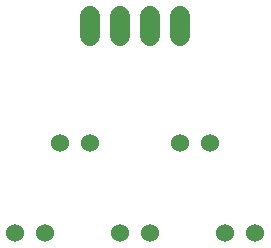
<source format=gbr>
G04 EAGLE Gerber RS-274X export*
G75*
%MOMM*%
%FSLAX34Y34*%
%LPD*%
%INTop Copper*%
%IPPOS*%
%AMOC8*
5,1,8,0,0,1.08239X$1,22.5*%
G01*
%ADD10C,1.530000*%
%ADD11C,1.700000*%


D10*
X279400Y50800D03*
X254000Y50800D03*
X190500Y50800D03*
X165100Y50800D03*
X101600Y50800D03*
X76200Y50800D03*
X241300Y127000D03*
X215900Y127000D03*
X139700Y127000D03*
X114300Y127000D03*
D11*
X139700Y217560D02*
X139700Y234560D01*
X165100Y234560D02*
X165100Y217560D01*
X190500Y217560D02*
X190500Y234560D01*
X215900Y234560D02*
X215900Y217560D01*
M02*

</source>
